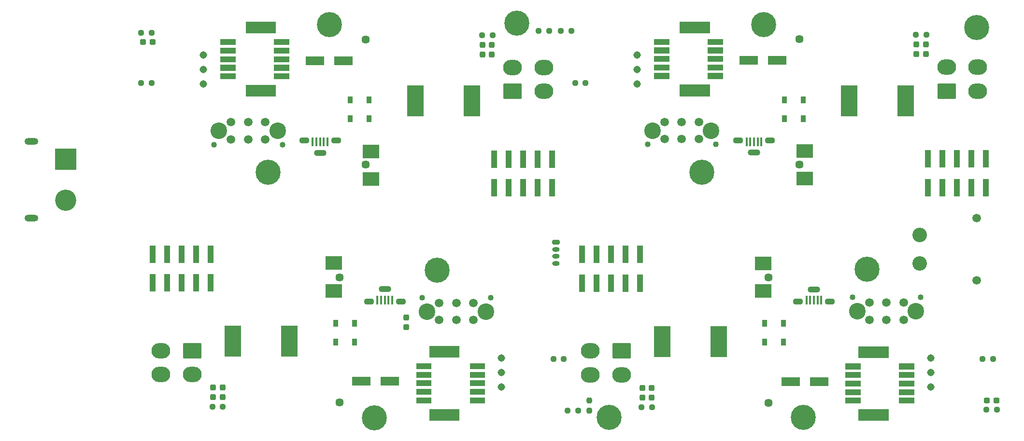
<source format=gbr>
G04 #@! TF.GenerationSoftware,KiCad,Pcbnew,(6.0.4)*
G04 #@! TF.CreationDate,2022-12-04T19:10:42+01:00*
G04 #@! TF.ProjectId,can_controller_board,63616e5f-636f-46e7-9472-6f6c6c65725f,1.0*
G04 #@! TF.SameCoordinates,Original*
G04 #@! TF.FileFunction,Soldermask,Top*
G04 #@! TF.FilePolarity,Negative*
%FSLAX46Y46*%
G04 Gerber Fmt 4.6, Leading zero omitted, Abs format (unit mm)*
G04 Created by KiCad (PCBNEW (6.0.4)) date 2022-12-04 19:10:42*
%MOMM*%
%LPD*%
G01*
G04 APERTURE LIST*
G04 Aperture macros list*
%AMRoundRect*
0 Rectangle with rounded corners*
0 $1 Rounding radius*
0 $2 $3 $4 $5 $6 $7 $8 $9 X,Y pos of 4 corners*
0 Add a 4 corners polygon primitive as box body*
4,1,4,$2,$3,$4,$5,$6,$7,$8,$9,$2,$3,0*
0 Add four circle primitives for the rounded corners*
1,1,$1+$1,$2,$3*
1,1,$1+$1,$4,$5*
1,1,$1+$1,$6,$7*
1,1,$1+$1,$8,$9*
0 Add four rect primitives between the rounded corners*
20,1,$1+$1,$2,$3,$4,$5,0*
20,1,$1+$1,$4,$5,$6,$7,0*
20,1,$1+$1,$6,$7,$8,$9,0*
20,1,$1+$1,$8,$9,$2,$3,0*%
G04 Aperture macros list end*
%ADD10C,0.010000*%
%ADD11RoundRect,0.237500X0.237500X-0.300000X0.237500X0.300000X-0.237500X0.300000X-0.237500X-0.300000X0*%
%ADD12RoundRect,0.237500X-0.237500X0.300000X-0.237500X-0.300000X0.237500X-0.300000X0.237500X0.300000X0*%
%ADD13C,0.700000*%
%ADD14C,4.400000*%
%ADD15C,1.308000*%
%ADD16RoundRect,0.250001X1.399999X-1.099999X1.399999X1.099999X-1.399999X1.099999X-1.399999X-1.099999X0*%
%ADD17O,3.300000X2.700000*%
%ADD18R,1.000000X3.150000*%
%ADD19RoundRect,0.250001X-1.399999X1.099999X-1.399999X-1.099999X1.399999X-1.099999X1.399999X1.099999X0*%
%ADD20R,0.450000X1.500000*%
%ADD21O,1.800000X1.100000*%
%ADD22O,2.200000X1.100000*%
%ADD23R,0.900000X1.200000*%
%ADD24R,3.200000X1.600000*%
%ADD25R,3.716000X3.716000*%
%ADD26C,3.716000*%
%ADD27O,2.400000X1.200000*%
%ADD28RoundRect,0.237500X0.250000X0.237500X-0.250000X0.237500X-0.250000X-0.237500X0.250000X-0.237500X0*%
%ADD29RoundRect,0.237500X-0.250000X-0.237500X0.250000X-0.237500X0.250000X0.237500X-0.250000X0.237500X0*%
%ADD30RoundRect,0.237500X-0.300000X-0.237500X0.300000X-0.237500X0.300000X0.237500X-0.300000X0.237500X0*%
%ADD31R,2.900000X5.400000*%
%ADD32RoundRect,0.237500X0.300000X0.237500X-0.300000X0.237500X-0.300000X-0.237500X0.300000X-0.237500X0*%
%ADD33R,3.000000X2.400000*%
%ADD34C,1.020000*%
%ADD35C,1.520000*%
%ADD36C,2.910000*%
%ADD37RoundRect,0.237500X-0.237500X0.250000X-0.237500X-0.250000X0.237500X-0.250000X0.237500X0.250000X0*%
%ADD38C,1.450000*%
%ADD39RoundRect,0.200000X-0.450000X0.200000X-0.450000X-0.200000X0.450000X-0.200000X0.450000X0.200000X0*%
%ADD40O,1.300000X0.800000*%
%ADD41C,2.550000*%
%ADD42C,1.500000*%
G04 APERTURE END LIST*
G04 #@! TO.C,J6*
G36*
X110101200Y-69936952D02*
G01*
X104898800Y-69936952D01*
X104898800Y-67984552D01*
X110101200Y-67984552D01*
X110101200Y-69936952D01*
G37*
D10*
X110101200Y-69936952D02*
X104898800Y-69936952D01*
X104898800Y-67984552D01*
X110101200Y-67984552D01*
X110101200Y-69936952D01*
G36*
X103001200Y-77966952D02*
G01*
X100398800Y-77966952D01*
X100398800Y-77014552D01*
X103001200Y-77014552D01*
X103001200Y-77966952D01*
G37*
X103001200Y-77966952D02*
X100398800Y-77966952D01*
X100398800Y-77014552D01*
X103001200Y-77014552D01*
X103001200Y-77966952D01*
G36*
X112401200Y-77966952D02*
G01*
X109798800Y-77966952D01*
X109798800Y-77014552D01*
X112401200Y-77014552D01*
X112401200Y-77966952D01*
G37*
X112401200Y-77966952D02*
X109798800Y-77966952D01*
X109798800Y-77014552D01*
X112401200Y-77014552D01*
X112401200Y-77966952D01*
G36*
X112401200Y-74966952D02*
G01*
X109798800Y-74966952D01*
X109798800Y-74014552D01*
X112401200Y-74014552D01*
X112401200Y-74966952D01*
G37*
X112401200Y-74966952D02*
X109798800Y-74966952D01*
X109798800Y-74014552D01*
X112401200Y-74014552D01*
X112401200Y-74966952D01*
G36*
X112401200Y-76466952D02*
G01*
X109798800Y-76466952D01*
X109798800Y-75514552D01*
X112401200Y-75514552D01*
X112401200Y-76466952D01*
G37*
X112401200Y-76466952D02*
X109798800Y-76466952D01*
X109798800Y-75514552D01*
X112401200Y-75514552D01*
X112401200Y-76466952D01*
G36*
X103001200Y-76466952D02*
G01*
X100398800Y-76466952D01*
X100398800Y-75514552D01*
X103001200Y-75514552D01*
X103001200Y-76466952D01*
G37*
X103001200Y-76466952D02*
X100398800Y-76466952D01*
X100398800Y-75514552D01*
X103001200Y-75514552D01*
X103001200Y-76466952D01*
G36*
X110101200Y-80996952D02*
G01*
X104898800Y-80996952D01*
X104898800Y-79044552D01*
X110101200Y-79044552D01*
X110101200Y-80996952D01*
G37*
X110101200Y-80996952D02*
X104898800Y-80996952D01*
X104898800Y-79044552D01*
X110101200Y-79044552D01*
X110101200Y-80996952D01*
G36*
X103001200Y-71966952D02*
G01*
X100398800Y-71966952D01*
X100398800Y-71014552D01*
X103001200Y-71014552D01*
X103001200Y-71966952D01*
G37*
X103001200Y-71966952D02*
X100398800Y-71966952D01*
X100398800Y-71014552D01*
X103001200Y-71014552D01*
X103001200Y-71966952D01*
G36*
X112401200Y-71966952D02*
G01*
X109798800Y-71966952D01*
X109798800Y-71014552D01*
X112401200Y-71014552D01*
X112401200Y-71966952D01*
G37*
X112401200Y-71966952D02*
X109798800Y-71966952D01*
X109798800Y-71014552D01*
X112401200Y-71014552D01*
X112401200Y-71966952D01*
G36*
X103001200Y-74966952D02*
G01*
X100398800Y-74966952D01*
X100398800Y-74014552D01*
X103001200Y-74014552D01*
X103001200Y-74966952D01*
G37*
X103001200Y-74966952D02*
X100398800Y-74966952D01*
X100398800Y-74014552D01*
X103001200Y-74014552D01*
X103001200Y-74966952D01*
G36*
X103001200Y-73466952D02*
G01*
X100398800Y-73466952D01*
X100398800Y-72514552D01*
X103001200Y-72514552D01*
X103001200Y-73466952D01*
G37*
X103001200Y-73466952D02*
X100398800Y-73466952D01*
X100398800Y-72514552D01*
X103001200Y-72514552D01*
X103001200Y-73466952D01*
G36*
X112401200Y-73466952D02*
G01*
X109798800Y-73466952D01*
X109798800Y-72514552D01*
X112401200Y-72514552D01*
X112401200Y-73466952D01*
G37*
X112401200Y-73466952D02*
X109798800Y-73466952D01*
X109798800Y-72514552D01*
X112401200Y-72514552D01*
X112401200Y-73466952D01*
G04 #@! TO.C,J16*
G36*
X188454621Y-73422024D02*
G01*
X185852221Y-73422024D01*
X185852221Y-72469624D01*
X188454621Y-72469624D01*
X188454621Y-73422024D01*
G37*
X188454621Y-73422024D02*
X185852221Y-73422024D01*
X185852221Y-72469624D01*
X188454621Y-72469624D01*
X188454621Y-73422024D01*
G36*
X186154621Y-80952024D02*
G01*
X180952221Y-80952024D01*
X180952221Y-78999624D01*
X186154621Y-78999624D01*
X186154621Y-80952024D01*
G37*
X186154621Y-80952024D02*
X180952221Y-80952024D01*
X180952221Y-78999624D01*
X186154621Y-78999624D01*
X186154621Y-80952024D01*
G36*
X188454621Y-77922024D02*
G01*
X185852221Y-77922024D01*
X185852221Y-76969624D01*
X188454621Y-76969624D01*
X188454621Y-77922024D01*
G37*
X188454621Y-77922024D02*
X185852221Y-77922024D01*
X185852221Y-76969624D01*
X188454621Y-76969624D01*
X188454621Y-77922024D01*
G36*
X179054621Y-76422024D02*
G01*
X176452221Y-76422024D01*
X176452221Y-75469624D01*
X179054621Y-75469624D01*
X179054621Y-76422024D01*
G37*
X179054621Y-76422024D02*
X176452221Y-76422024D01*
X176452221Y-75469624D01*
X179054621Y-75469624D01*
X179054621Y-76422024D01*
G36*
X179054621Y-77922024D02*
G01*
X176452221Y-77922024D01*
X176452221Y-76969624D01*
X179054621Y-76969624D01*
X179054621Y-77922024D01*
G37*
X179054621Y-77922024D02*
X176452221Y-77922024D01*
X176452221Y-76969624D01*
X179054621Y-76969624D01*
X179054621Y-77922024D01*
G36*
X179054621Y-71922024D02*
G01*
X176452221Y-71922024D01*
X176452221Y-70969624D01*
X179054621Y-70969624D01*
X179054621Y-71922024D01*
G37*
X179054621Y-71922024D02*
X176452221Y-71922024D01*
X176452221Y-70969624D01*
X179054621Y-70969624D01*
X179054621Y-71922024D01*
G36*
X188454621Y-76422024D02*
G01*
X185852221Y-76422024D01*
X185852221Y-75469624D01*
X188454621Y-75469624D01*
X188454621Y-76422024D01*
G37*
X188454621Y-76422024D02*
X185852221Y-76422024D01*
X185852221Y-75469624D01*
X188454621Y-75469624D01*
X188454621Y-76422024D01*
G36*
X179054621Y-74922024D02*
G01*
X176452221Y-74922024D01*
X176452221Y-73969624D01*
X179054621Y-73969624D01*
X179054621Y-74922024D01*
G37*
X179054621Y-74922024D02*
X176452221Y-74922024D01*
X176452221Y-73969624D01*
X179054621Y-73969624D01*
X179054621Y-74922024D01*
G36*
X188454621Y-74922024D02*
G01*
X185852221Y-74922024D01*
X185852221Y-73969624D01*
X188454621Y-73969624D01*
X188454621Y-74922024D01*
G37*
X188454621Y-74922024D02*
X185852221Y-74922024D01*
X185852221Y-73969624D01*
X188454621Y-73969624D01*
X188454621Y-74922024D01*
G36*
X188454621Y-71922024D02*
G01*
X185852221Y-71922024D01*
X185852221Y-70969624D01*
X188454621Y-70969624D01*
X188454621Y-71922024D01*
G37*
X188454621Y-71922024D02*
X185852221Y-71922024D01*
X185852221Y-70969624D01*
X188454621Y-70969624D01*
X188454621Y-71922024D01*
G36*
X186154621Y-69892024D02*
G01*
X180952221Y-69892024D01*
X180952221Y-67939624D01*
X186154621Y-67939624D01*
X186154621Y-69892024D01*
G37*
X186154621Y-69892024D02*
X180952221Y-69892024D01*
X180952221Y-67939624D01*
X186154621Y-67939624D01*
X186154621Y-69892024D01*
G36*
X179054621Y-73422024D02*
G01*
X176452221Y-73422024D01*
X176452221Y-72469624D01*
X179054621Y-72469624D01*
X179054621Y-73422024D01*
G37*
X179054621Y-73422024D02*
X176452221Y-73422024D01*
X176452221Y-72469624D01*
X179054621Y-72469624D01*
X179054621Y-73422024D01*
G04 #@! TO.C,J36*
G36*
X137360621Y-130334523D02*
G01*
X134758221Y-130334523D01*
X134758221Y-129382123D01*
X137360621Y-129382123D01*
X137360621Y-130334523D01*
G37*
X137360621Y-130334523D02*
X134758221Y-130334523D01*
X134758221Y-129382123D01*
X137360621Y-129382123D01*
X137360621Y-130334523D01*
G36*
X146760621Y-134834523D02*
G01*
X144158221Y-134834523D01*
X144158221Y-133882123D01*
X146760621Y-133882123D01*
X146760621Y-134834523D01*
G37*
X146760621Y-134834523D02*
X144158221Y-134834523D01*
X144158221Y-133882123D01*
X146760621Y-133882123D01*
X146760621Y-134834523D01*
G36*
X137360621Y-134834523D02*
G01*
X134758221Y-134834523D01*
X134758221Y-133882123D01*
X137360621Y-133882123D01*
X137360621Y-134834523D01*
G37*
X137360621Y-134834523D02*
X134758221Y-134834523D01*
X134758221Y-133882123D01*
X137360621Y-133882123D01*
X137360621Y-134834523D01*
G36*
X142260621Y-126804523D02*
G01*
X137058221Y-126804523D01*
X137058221Y-124852123D01*
X142260621Y-124852123D01*
X142260621Y-126804523D01*
G37*
X142260621Y-126804523D02*
X137058221Y-126804523D01*
X137058221Y-124852123D01*
X142260621Y-124852123D01*
X142260621Y-126804523D01*
G36*
X146760621Y-133334523D02*
G01*
X144158221Y-133334523D01*
X144158221Y-132382123D01*
X146760621Y-132382123D01*
X146760621Y-133334523D01*
G37*
X146760621Y-133334523D02*
X144158221Y-133334523D01*
X144158221Y-132382123D01*
X146760621Y-132382123D01*
X146760621Y-133334523D01*
G36*
X137360621Y-128834523D02*
G01*
X134758221Y-128834523D01*
X134758221Y-127882123D01*
X137360621Y-127882123D01*
X137360621Y-128834523D01*
G37*
X137360621Y-128834523D02*
X134758221Y-128834523D01*
X134758221Y-127882123D01*
X137360621Y-127882123D01*
X137360621Y-128834523D01*
G36*
X146760621Y-131834523D02*
G01*
X144158221Y-131834523D01*
X144158221Y-130882123D01*
X146760621Y-130882123D01*
X146760621Y-131834523D01*
G37*
X146760621Y-131834523D02*
X144158221Y-131834523D01*
X144158221Y-130882123D01*
X146760621Y-130882123D01*
X146760621Y-131834523D01*
G36*
X146760621Y-128834523D02*
G01*
X144158221Y-128834523D01*
X144158221Y-127882123D01*
X146760621Y-127882123D01*
X146760621Y-128834523D01*
G37*
X146760621Y-128834523D02*
X144158221Y-128834523D01*
X144158221Y-127882123D01*
X146760621Y-127882123D01*
X146760621Y-128834523D01*
G36*
X137360621Y-133334523D02*
G01*
X134758221Y-133334523D01*
X134758221Y-132382123D01*
X137360621Y-132382123D01*
X137360621Y-133334523D01*
G37*
X137360621Y-133334523D02*
X134758221Y-133334523D01*
X134758221Y-132382123D01*
X137360621Y-132382123D01*
X137360621Y-133334523D01*
G36*
X142260621Y-137864523D02*
G01*
X137058221Y-137864523D01*
X137058221Y-135912123D01*
X142260621Y-135912123D01*
X142260621Y-137864523D01*
G37*
X142260621Y-137864523D02*
X137058221Y-137864523D01*
X137058221Y-135912123D01*
X142260621Y-135912123D01*
X142260621Y-137864523D01*
G36*
X137360621Y-131834523D02*
G01*
X134758221Y-131834523D01*
X134758221Y-130882123D01*
X137360621Y-130882123D01*
X137360621Y-131834523D01*
G37*
X137360621Y-131834523D02*
X134758221Y-131834523D01*
X134758221Y-130882123D01*
X137360621Y-130882123D01*
X137360621Y-131834523D01*
G36*
X146760621Y-130334523D02*
G01*
X144158221Y-130334523D01*
X144158221Y-129382123D01*
X146760621Y-129382123D01*
X146760621Y-130334523D01*
G37*
X146760621Y-130334523D02*
X144158221Y-130334523D01*
X144158221Y-129382123D01*
X146760621Y-129382123D01*
X146760621Y-130334523D01*
G04 #@! TO.C,J26*
G36*
X221987376Y-130382766D02*
G01*
X219384976Y-130382766D01*
X219384976Y-129430366D01*
X221987376Y-129430366D01*
X221987376Y-130382766D01*
G37*
X221987376Y-130382766D02*
X219384976Y-130382766D01*
X219384976Y-129430366D01*
X221987376Y-129430366D01*
X221987376Y-130382766D01*
G36*
X217487376Y-137912766D02*
G01*
X212284976Y-137912766D01*
X212284976Y-135960366D01*
X217487376Y-135960366D01*
X217487376Y-137912766D01*
G37*
X217487376Y-137912766D02*
X212284976Y-137912766D01*
X212284976Y-135960366D01*
X217487376Y-135960366D01*
X217487376Y-137912766D01*
G36*
X212587376Y-134882766D02*
G01*
X209984976Y-134882766D01*
X209984976Y-133930366D01*
X212587376Y-133930366D01*
X212587376Y-134882766D01*
G37*
X212587376Y-134882766D02*
X209984976Y-134882766D01*
X209984976Y-133930366D01*
X212587376Y-133930366D01*
X212587376Y-134882766D01*
G36*
X221987376Y-131882766D02*
G01*
X219384976Y-131882766D01*
X219384976Y-130930366D01*
X221987376Y-130930366D01*
X221987376Y-131882766D01*
G37*
X221987376Y-131882766D02*
X219384976Y-131882766D01*
X219384976Y-130930366D01*
X221987376Y-130930366D01*
X221987376Y-131882766D01*
G36*
X221987376Y-128882766D02*
G01*
X219384976Y-128882766D01*
X219384976Y-127930366D01*
X221987376Y-127930366D01*
X221987376Y-128882766D01*
G37*
X221987376Y-128882766D02*
X219384976Y-128882766D01*
X219384976Y-127930366D01*
X221987376Y-127930366D01*
X221987376Y-128882766D01*
G36*
X217487376Y-126852766D02*
G01*
X212284976Y-126852766D01*
X212284976Y-124900366D01*
X217487376Y-124900366D01*
X217487376Y-126852766D01*
G37*
X217487376Y-126852766D02*
X212284976Y-126852766D01*
X212284976Y-124900366D01*
X217487376Y-124900366D01*
X217487376Y-126852766D01*
G36*
X221987376Y-133382766D02*
G01*
X219384976Y-133382766D01*
X219384976Y-132430366D01*
X221987376Y-132430366D01*
X221987376Y-133382766D01*
G37*
X221987376Y-133382766D02*
X219384976Y-133382766D01*
X219384976Y-132430366D01*
X221987376Y-132430366D01*
X221987376Y-133382766D01*
G36*
X212587376Y-130382766D02*
G01*
X209984976Y-130382766D01*
X209984976Y-129430366D01*
X212587376Y-129430366D01*
X212587376Y-130382766D01*
G37*
X212587376Y-130382766D02*
X209984976Y-130382766D01*
X209984976Y-129430366D01*
X212587376Y-129430366D01*
X212587376Y-130382766D01*
G36*
X212587376Y-133382766D02*
G01*
X209984976Y-133382766D01*
X209984976Y-132430366D01*
X212587376Y-132430366D01*
X212587376Y-133382766D01*
G37*
X212587376Y-133382766D02*
X209984976Y-133382766D01*
X209984976Y-132430366D01*
X212587376Y-132430366D01*
X212587376Y-133382766D01*
G36*
X221987376Y-134882766D02*
G01*
X219384976Y-134882766D01*
X219384976Y-133930366D01*
X221987376Y-133930366D01*
X221987376Y-134882766D01*
G37*
X221987376Y-134882766D02*
X219384976Y-134882766D01*
X219384976Y-133930366D01*
X221987376Y-133930366D01*
X221987376Y-134882766D01*
G36*
X212587376Y-128882766D02*
G01*
X209984976Y-128882766D01*
X209984976Y-127930366D01*
X212587376Y-127930366D01*
X212587376Y-128882766D01*
G37*
X212587376Y-128882766D02*
X209984976Y-128882766D01*
X209984976Y-127930366D01*
X212587376Y-127930366D01*
X212587376Y-128882766D01*
G36*
X212587376Y-131882766D02*
G01*
X209984976Y-131882766D01*
X209984976Y-130930366D01*
X212587376Y-130930366D01*
X212587376Y-131882766D01*
G37*
X212587376Y-131882766D02*
X209984976Y-131882766D01*
X209984976Y-130930366D01*
X212587376Y-130930366D01*
X212587376Y-131882766D01*
G04 #@! TD*
D11*
G04 #@! TO.C,Cf5*
X224069842Y-73667573D03*
X224069842Y-71942573D03*
G04 #@! TD*
D12*
G04 #@! TO.C,Cs11*
X100793000Y-132136573D03*
X100793000Y-133861573D03*
G04 #@! TD*
D13*
G04 #@! TO.C,H5*
X168600000Y-139050000D03*
X169766726Y-136233274D03*
X166950000Y-137400000D03*
X168600000Y-135750000D03*
D14*
X168600000Y-137400000D03*
D13*
X167433274Y-138566726D03*
X170250000Y-137400000D03*
X167433274Y-136233274D03*
X169766726Y-138566726D03*
G04 #@! TD*
D11*
G04 #@! TO.C,Cf2*
X148016421Y-73712501D03*
X148016421Y-71987501D03*
G04 #@! TD*
D15*
G04 #@! TO.C,SW7*
X149700000Y-129500000D03*
X149700000Y-126960000D03*
X149700000Y-132040000D03*
G04 #@! TD*
D16*
G04 #@! TO.C,J3*
X151653245Y-80171757D03*
D17*
X151653245Y-75971757D03*
X157153245Y-80171757D03*
X157153245Y-75971757D03*
G04 #@! TD*
D18*
G04 #@! TO.C,J25*
X173976176Y-108797317D03*
X173976176Y-113847317D03*
X171436176Y-108797317D03*
X171436176Y-113847317D03*
X168896176Y-108797317D03*
X168896176Y-113847317D03*
X166356176Y-108797317D03*
X166356176Y-113847317D03*
X163816176Y-108797317D03*
X163816176Y-113847317D03*
G04 #@! TD*
D19*
G04 #@! TO.C,J33*
X95506176Y-125677317D03*
D17*
X95506176Y-129877317D03*
X90006176Y-125677317D03*
X90006176Y-129877317D03*
G04 #@! TD*
D20*
G04 #@! TO.C,J20*
X192668421Y-89030073D03*
X193318421Y-89030073D03*
X193968421Y-89030073D03*
X194618421Y-89030073D03*
X195268421Y-89030073D03*
D21*
X196768421Y-88780073D03*
X191168421Y-88780073D03*
D22*
X193968421Y-90930073D03*
G04 #@! TD*
D23*
G04 #@! TO.C,D12*
X120643000Y-124149073D03*
X123943000Y-124149073D03*
G04 #@! TD*
D18*
G04 #@! TO.C,J15*
X224463421Y-97055073D03*
X224463421Y-92005073D03*
X227003421Y-97055073D03*
X227003421Y-92005073D03*
X229543421Y-97055073D03*
X229543421Y-92005073D03*
X232083421Y-97055073D03*
X232083421Y-92005073D03*
X234623421Y-97055073D03*
X234623421Y-92005073D03*
G04 #@! TD*
D24*
G04 #@! TO.C,C6*
X122015000Y-74800001D03*
X117015000Y-74800001D03*
G04 #@! TD*
G04 #@! TO.C,C30*
X125144421Y-131049073D03*
X130144421Y-131049073D03*
G04 #@! TD*
D15*
G04 #@! TO.C,SW5*
X224926755Y-129548244D03*
X224926755Y-127008244D03*
X224926755Y-132088244D03*
G04 #@! TD*
D25*
G04 #@! TO.C,J2*
X73275000Y-92075000D03*
D26*
X73275000Y-99275000D03*
D27*
X67275000Y-88925000D03*
X67275000Y-102425000D03*
G04 #@! TD*
D28*
G04 #@! TO.C,Rs11*
X100855500Y-135549073D03*
X99030500Y-135549073D03*
G04 #@! TD*
D29*
G04 #@! TO.C,R13*
X156200342Y-69604146D03*
X158025342Y-69604146D03*
G04 #@! TD*
D28*
G04 #@! TO.C,R21*
X236512500Y-136000000D03*
X234687500Y-136000000D03*
G04 #@! TD*
D30*
G04 #@! TO.C,C19*
X234737500Y-134400000D03*
X236462500Y-134400000D03*
G04 #@! TD*
D31*
G04 #@! TO.C,L14*
X112550000Y-124000000D03*
X102650000Y-124000000D03*
G04 #@! TD*
D12*
G04 #@! TO.C,Cs8*
X176019755Y-132184817D03*
X176019755Y-133909817D03*
G04 #@! TD*
D14*
G04 #@! TO.C,H1*
X202600000Y-137400000D03*
D13*
X201433274Y-136233274D03*
X201433274Y-138566726D03*
X202600000Y-135750000D03*
X200950000Y-137400000D03*
X202600000Y-139050000D03*
X204250000Y-137400000D03*
X203766726Y-138566726D03*
X203766726Y-136233274D03*
G04 #@! TD*
D31*
G04 #@! TO.C,L10*
X187800000Y-124050000D03*
X177900000Y-124050000D03*
G04 #@! TD*
D32*
G04 #@! TO.C,C3*
X88560579Y-71508244D03*
X86835579Y-71508244D03*
G04 #@! TD*
D31*
G04 #@! TO.C,L2*
X134609421Y-81849074D03*
X144509421Y-81849074D03*
G04 #@! TD*
D13*
G04 #@! TO.C,H7*
X151233274Y-67033274D03*
X152400000Y-69850000D03*
D14*
X152400000Y-68200000D03*
D13*
X151233274Y-69366726D03*
X153566726Y-67033274D03*
X153566726Y-69366726D03*
X150750000Y-68200000D03*
X154050000Y-68200000D03*
X152400000Y-66550000D03*
G04 #@! TD*
D23*
G04 #@! TO.C,D8*
X195869755Y-120897317D03*
X199169755Y-120897317D03*
G04 #@! TD*
G04 #@! TO.C,D5*
X202569842Y-84955073D03*
X199269842Y-84955073D03*
G04 #@! TD*
D19*
G04 #@! TO.C,J23*
X170732931Y-125725561D03*
D17*
X170732931Y-129925561D03*
X165232931Y-125725561D03*
X165232931Y-129925561D03*
G04 #@! TD*
D11*
G04 #@! TO.C,Cs5*
X222419842Y-73667573D03*
X222419842Y-71942573D03*
G04 #@! TD*
D12*
G04 #@! TO.C,Cf11*
X99143000Y-132136573D03*
X99143000Y-133861573D03*
G04 #@! TD*
D29*
G04 #@! TO.C,R7*
X86546921Y-78749074D03*
X88371921Y-78749074D03*
G04 #@! TD*
D13*
G04 #@! TO.C,H3*
X195646176Y-70137317D03*
X195646176Y-66837317D03*
X194479450Y-69654043D03*
D14*
X195646176Y-68487317D03*
D13*
X196812902Y-67320591D03*
X197296176Y-68487317D03*
X194479450Y-67320591D03*
X196812902Y-69654043D03*
X193996176Y-68487317D03*
G04 #@! TD*
D15*
G04 #@! TO.C,SW1*
X97459421Y-76349074D03*
X97459421Y-78889074D03*
X97459421Y-73809074D03*
G04 #@! TD*
D29*
G04 #@! TO.C,Rs5*
X222357342Y-70255073D03*
X224182342Y-70255073D03*
G04 #@! TD*
D23*
G04 #@! TO.C,D6*
X202569842Y-81655073D03*
X199269842Y-81655073D03*
G04 #@! TD*
D33*
G04 #@! TO.C,F1*
X126840000Y-95550001D03*
X126840000Y-90690001D03*
G04 #@! TD*
D28*
G04 #@! TO.C,R30*
X163112500Y-136200000D03*
X161287500Y-136200000D03*
G04 #@! TD*
D20*
G04 #@! TO.C,J10*
X116615000Y-89075001D03*
X117265000Y-89075001D03*
X117915000Y-89075001D03*
X118565000Y-89075001D03*
X119215000Y-89075001D03*
D21*
X115115000Y-88825001D03*
X120715000Y-88825001D03*
D22*
X117915000Y-90975001D03*
G04 #@! TD*
D29*
G04 #@! TO.C,Rs2*
X146303921Y-70300001D03*
X148128921Y-70300001D03*
G04 #@! TD*
G04 #@! TO.C,R12*
X160100342Y-69604146D03*
X161925342Y-69604146D03*
G04 #@! TD*
D23*
G04 #@! TO.C,D3*
X126516421Y-81700001D03*
X123216421Y-81700001D03*
G04 #@! TD*
D29*
G04 #@! TO.C,R16*
X162600342Y-78704146D03*
X164425342Y-78704146D03*
G04 #@! TD*
D23*
G04 #@! TO.C,D9*
X195869755Y-124197317D03*
X199169755Y-124197317D03*
G04 #@! TD*
D29*
G04 #@! TO.C,R3*
X86521755Y-69908244D03*
X88346755Y-69908244D03*
G04 #@! TD*
D11*
G04 #@! TO.C,Cs2*
X146366421Y-73712501D03*
X146366421Y-71987501D03*
G04 #@! TD*
D18*
G04 #@! TO.C,J35*
X98749421Y-108749073D03*
X98749421Y-113799073D03*
X96209421Y-108749073D03*
X96209421Y-113799073D03*
X93669421Y-108749073D03*
X93669421Y-113799073D03*
X91129421Y-108749073D03*
X91129421Y-113799073D03*
X88589421Y-108749073D03*
X88589421Y-113799073D03*
G04 #@! TD*
D34*
G04 #@! TO.C,J24*
X223200000Y-116310000D03*
X211200000Y-116310000D03*
D35*
X220200000Y-120250000D03*
X217200000Y-120250000D03*
X214200000Y-120250000D03*
X220200000Y-117250000D03*
X217200000Y-117250000D03*
X214200000Y-117250000D03*
D36*
X222350000Y-118750000D03*
X212050000Y-118750000D03*
G04 #@! TD*
D34*
G04 #@! TO.C,J4*
X99307150Y-89525000D03*
X111307150Y-89525000D03*
D35*
X102307150Y-85585000D03*
X105307150Y-85585000D03*
X108307150Y-85585000D03*
X102307150Y-88585000D03*
X105307150Y-88585000D03*
X108307150Y-88585000D03*
D36*
X100157150Y-87085000D03*
X110457150Y-87085000D03*
G04 #@! TD*
D28*
G04 #@! TO.C,R34*
X160612500Y-127100000D03*
X158787500Y-127100000D03*
G04 #@! TD*
D24*
G04 #@! TO.C,C22*
X200371176Y-131097317D03*
X205371176Y-131097317D03*
G04 #@! TD*
D37*
G04 #@! TO.C,R31*
X165100000Y-134387500D03*
X165100000Y-136212500D03*
G04 #@! TD*
D28*
G04 #@! TO.C,R25*
X235839255Y-127148244D03*
X234014255Y-127148244D03*
G04 #@! TD*
D16*
G04 #@! TO.C,J13*
X227706666Y-80126829D03*
D17*
X227706666Y-75926829D03*
X233206666Y-80126829D03*
X233206666Y-75926829D03*
G04 #@! TD*
D13*
G04 #@! TO.C,H2*
X126229450Y-136320591D03*
D14*
X127396176Y-137487317D03*
D13*
X127396176Y-135837317D03*
X128562902Y-138654043D03*
X127396176Y-139137317D03*
X126229450Y-138654043D03*
X125746176Y-137487317D03*
X129046176Y-137487317D03*
X128562902Y-136320591D03*
G04 #@! TD*
D33*
G04 #@! TO.C,F2*
X202893421Y-95505073D03*
X202893421Y-90645073D03*
G04 #@! TD*
D12*
G04 #@! TO.C,Cf8*
X174369755Y-132184817D03*
X174369755Y-133909817D03*
G04 #@! TD*
D15*
G04 #@! TO.C,SW3*
X173512842Y-76304146D03*
X173512842Y-78844146D03*
X173512842Y-73764146D03*
G04 #@! TD*
D20*
G04 #@! TO.C,J30*
X205771176Y-116822317D03*
X205121176Y-116822317D03*
X204471176Y-116822317D03*
X203821176Y-116822317D03*
X203171176Y-116822317D03*
D21*
X207271176Y-117072317D03*
X201671176Y-117072317D03*
D22*
X204471176Y-114922317D03*
G04 #@! TD*
D31*
G04 #@! TO.C,L6*
X210662842Y-81804146D03*
X220562842Y-81804146D03*
G04 #@! TD*
D33*
G04 #@! TO.C,F4*
X120319421Y-110299073D03*
X120319421Y-115159073D03*
G04 #@! TD*
G04 #@! TO.C,F3*
X195546176Y-110347317D03*
X195546176Y-115207317D03*
G04 #@! TD*
D11*
G04 #@! TO.C,C32*
X133000000Y-121562500D03*
X133000000Y-119837500D03*
G04 #@! TD*
D13*
G04 #@! TO.C,H4*
X118379450Y-67320591D03*
X121196176Y-68487317D03*
X119546176Y-66837317D03*
X120712902Y-67320591D03*
X117896176Y-68487317D03*
X120712902Y-69654043D03*
D14*
X119546176Y-68487317D03*
D13*
X118379450Y-69654043D03*
X119546176Y-70137317D03*
G04 #@! TD*
D20*
G04 #@! TO.C,J40*
X130544421Y-116774073D03*
X129894421Y-116774073D03*
X129244421Y-116774073D03*
X128594421Y-116774073D03*
X127944421Y-116774073D03*
D21*
X126444421Y-117024073D03*
X132044421Y-117024073D03*
D22*
X129244421Y-114874073D03*
G04 #@! TD*
D34*
G04 #@! TO.C,J14*
X187300000Y-89490000D03*
X175300000Y-89490000D03*
D35*
X178300000Y-85550000D03*
X181300000Y-85550000D03*
X184300000Y-85550000D03*
X178300000Y-88550000D03*
X181300000Y-88550000D03*
X184300000Y-88550000D03*
D36*
X176150000Y-87050000D03*
X186450000Y-87050000D03*
G04 #@! TD*
D13*
G04 #@! TO.C,H8*
X234166726Y-70166726D03*
X234166726Y-67833274D03*
X231833274Y-67833274D03*
X231350000Y-69000000D03*
X231833274Y-70166726D03*
X233000000Y-70650000D03*
X233000000Y-67350000D03*
D14*
X233000000Y-69000000D03*
D13*
X234650000Y-69000000D03*
G04 #@! TD*
D23*
G04 #@! TO.C,D11*
X120643000Y-120849073D03*
X123943000Y-120849073D03*
G04 #@! TD*
D24*
G04 #@! TO.C,C14*
X198068421Y-74755073D03*
X193068421Y-74755073D03*
G04 #@! TD*
D34*
G04 #@! TO.C,J34*
X147800000Y-116360000D03*
X135800000Y-116360000D03*
D35*
X144800000Y-120300000D03*
X141800000Y-120300000D03*
X138800000Y-120300000D03*
X144800000Y-117300000D03*
X141800000Y-117300000D03*
X138800000Y-117300000D03*
D36*
X146950000Y-118800000D03*
X136650000Y-118800000D03*
G04 #@! TD*
D18*
G04 #@! TO.C,J5*
X148410000Y-97100001D03*
X148410000Y-92050001D03*
X150950000Y-97100001D03*
X150950000Y-92050001D03*
X153490000Y-97100001D03*
X153490000Y-92050001D03*
X156030000Y-97100001D03*
X156030000Y-92050001D03*
X158570000Y-97100001D03*
X158570000Y-92050001D03*
G04 #@! TD*
D23*
G04 #@! TO.C,D2*
X126516421Y-85000001D03*
X123216421Y-85000001D03*
G04 #@! TD*
D28*
G04 #@! TO.C,Rs8*
X176082255Y-135597317D03*
X174257255Y-135597317D03*
G04 #@! TD*
D13*
G04 #@! TO.C,H6*
X107113245Y-94333274D03*
X107596519Y-95500000D03*
X109929971Y-95500000D03*
X109929971Y-93166548D03*
X110413245Y-94333274D03*
D14*
X108763245Y-94333274D03*
D13*
X107596519Y-93166548D03*
X108763245Y-92683274D03*
X108763245Y-95983274D03*
G04 #@! TD*
D38*
G04 #@! TO.C,J31*
X121305500Y-112799073D03*
X121305500Y-134799073D03*
G04 #@! TD*
D13*
G04 #@! TO.C,H24*
X139566726Y-112766726D03*
D14*
X138400000Y-111600000D03*
D13*
X139566726Y-110433274D03*
X138400000Y-113250000D03*
X138400000Y-109950000D03*
X137233274Y-112766726D03*
X137233274Y-110433274D03*
X140050000Y-111600000D03*
X136750000Y-111600000D03*
G04 #@! TD*
G04 #@! TO.C,H18*
X212633274Y-112566726D03*
X214966726Y-110233274D03*
D14*
X213800000Y-111400000D03*
D13*
X214966726Y-112566726D03*
X212633274Y-110233274D03*
X215450000Y-111400000D03*
X212150000Y-111400000D03*
X213800000Y-113050000D03*
X213800000Y-109750000D03*
G04 #@! TD*
D38*
G04 #@! TO.C,J11*
X201907342Y-93005073D03*
X201907342Y-71005073D03*
G04 #@! TD*
G04 #@! TO.C,J1*
X125853921Y-93050001D03*
X125853921Y-71050001D03*
G04 #@! TD*
D13*
G04 #@! TO.C,H12*
X184800000Y-92750000D03*
X185966726Y-93233274D03*
D14*
X184800000Y-94400000D03*
D13*
X186450000Y-94400000D03*
X183633274Y-95566726D03*
X185966726Y-95566726D03*
X184800000Y-96050000D03*
X183150000Y-94400000D03*
X183633274Y-93233274D03*
G04 #@! TD*
D39*
G04 #@! TO.C,J7*
X159277500Y-106635000D03*
D40*
X159277500Y-107885000D03*
X159277500Y-109135000D03*
X159277500Y-110385000D03*
G04 #@! TD*
D41*
G04 #@! TO.C,J8*
X222974176Y-110375000D03*
X222974176Y-105375000D03*
D42*
X232974176Y-102375000D03*
X232974176Y-113375000D03*
G04 #@! TD*
D38*
G04 #@! TO.C,J21*
X196532255Y-112847317D03*
X196532255Y-134847317D03*
G04 #@! TD*
M02*

</source>
